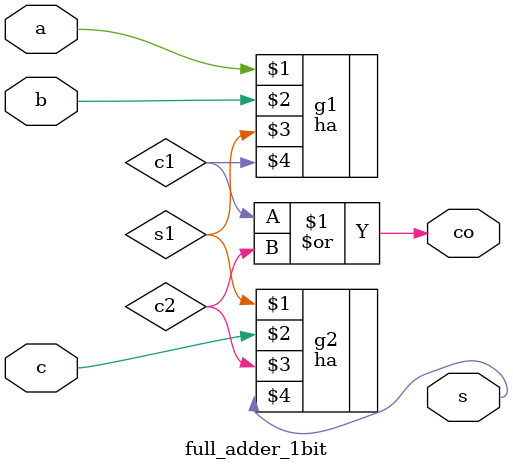
<source format=v>
module full_adder_1bit(input a,b,c,output s,co);
	 wire s1,c1,c2;
ha g1(a,b,s1,c1);
ha g2(s1,c,c2,s);
or g3(co,c1,c2);
endmodule

</source>
